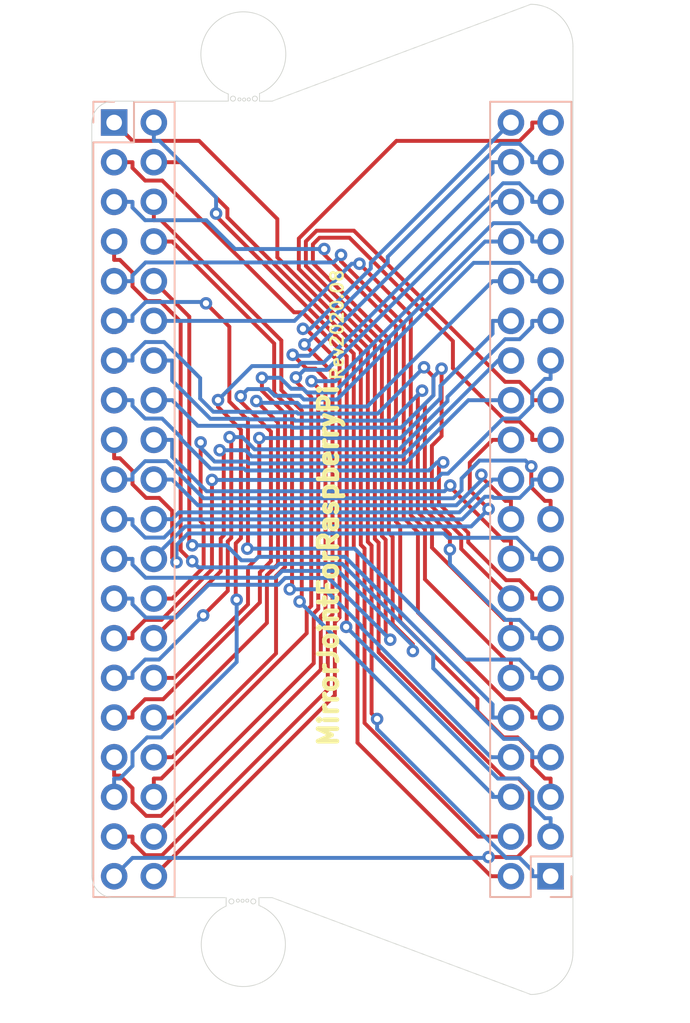
<source format=kicad_pcb>
(kicad_pcb (version 20221018) (generator pcbnew)
  (layers (0 "F.Cu" signal) (31 "B.Cu" signal) (34 "B.Paste" user) (35 "F.Paste" user) (36 "B.SilkS" user "B.Silkscreen") (37 "F.SilkS" user "F.Silkscreen") (38 "B.Mask" user) (39 "F.Mask" user) (44 "Edge.Cuts" user))
  (net 0 "")
  (net 1 "Net-(J1-Pad40)")
  (net 2 "Net-(J1-Pad39)")
  (net 3 "Net-(J1-Pad38)")
  (net 4 "Net-(J1-Pad37)")
  (net 5 "Net-(J1-Pad36)")
  (net 6 "Net-(J1-Pad35)")
  (net 7 "Net-(J1-Pad34)")
  (net 8 "Net-(J1-Pad33)")
  (net 9 "Net-(J1-Pad32)")
  (net 10 "Net-(J1-Pad31)")
  (net 11 "Net-(J1-Pad30)")
  (net 12 "Net-(J1-Pad29)")
  (net 13 "Net-(J1-Pad28)")
  (net 14 "Net-(J1-Pad27)")
  (net 15 "Net-(J1-Pad26)")
  (net 16 "Net-(J1-Pad25)")
  (net 17 "Net-(J1-Pad24)")
  (net 18 "Net-(J1-Pad23)")
  (net 19 "Net-(J1-Pad22)")
  (net 20 "Net-(J1-Pad21)")
  (net 21 "Net-(J1-Pad20)")
  (net 22 "Net-(J1-Pad19)")
  (net 23 "Net-(J1-Pad18)")
  (net 24 "Net-(J1-Pad17)")
  (net 25 "Net-(J1-Pad16)")
  (net 26 "Net-(J1-Pad15)")
  (net 27 "Net-(J1-Pad14)")
  (net 28 "Net-(J1-Pad13)")
  (net 29 "Net-(J1-Pad12)")
  (net 30 "Net-(J1-Pad11)")
  (net 31 "Net-(J1-Pad10)")
  (net 32 "Net-(J1-Pad9)")
  (net 33 "Net-(J1-Pad8)")
  (net 34 "Net-(J1-Pad7)")
  (net 35 "Net-(J1-Pad6)")
  (net 36 "Net-(J1-Pad5)")
  (net 37 "Net-(J1-Pad4)")
  (net 38 "Net-(J1-Pad3)")
  (net 39 "Net-(J1-Pad2)")
  (net 40 "Net-(J1-Pad1)")
  (footprint "MountingHole:MountingHole_2.7mm_M2.5" (layer "F.Cu") (at 147 107.5)
    (fp_text reference "REF1" hide)
    (fp_text value "MountingHole_2.7mm_M2.5")
  )
  (footprint "MountingHole:MountingHole_2.7mm_M2.5" (layer "F.Cu") (at 147 50.5)
    (fp_text reference "REF4" hide)
    (fp_text value "MountingHole_2.7mm_M2.5")
  )
  (footprint "MountingHole:MountingHole_2.7mm_M2.5" (layer "F.Cu") (at 165.4 108)
    (fp_text reference "REF2" hide)
    (fp_text value "MountingHole_2.7mm_M2.5")
  )
  (footprint "MountingHole:MountingHole_2.7mm_M2.5" (layer "F.Cu") (at 165.4 50)
    (fp_text reference "REF3" hide)
    (fp_text value "MountingHole_2.7mm_M2.5")
  )
  (footprint "Connector_PinSocket_2.54mm:PinSocket_2x20_P2.54mm_Vertical" (layer "B.Cu") (at 138.73 54.87 180)
    (fp_text reference "J1" hide)
    (fp_text value "Conn_02x15_Odd_Even")
  )
  (footprint "Connector_PinSocket_2.54mm:PinSocket_2x20_P2.54mm_Vertical" (layer "B.Cu") (at 166.67 103.13)
    (fp_text reference "J2" hide)
    (fp_text value "Conn_02x20_Odd_Even")
  )
  (gr_arc (start 148 105) (mid 147.055866 110.192003) (end 145.897142 105.04364) (stroke (width 0.05)) (layer "Edge.Cuts"))
  (gr_line (start 138.7 53.5) (end 146.034 53.5) (stroke (width 0.05)) (layer "Edge.Cuts"))
  (gr_line (start 148.031723 53.5) (end 148.844 53.5) (stroke (width 0.05)) (layer "Edge.Cuts"))
  (gr_circle (center 146.75 53.39) (end 146.85 53.39) (stroke (width 0.05)) (fill none) (layer "Edge.Cuts"))
  (gr_circle (center 147.35 53.39) (end 147.45 53.39) (stroke (width 0.05)) (fill none) (layer "Edge.Cuts"))
  (gr_line (start 145.9 104.5) (end 138.7 104.5) (stroke (width 0.05)) (layer "Edge.Cuts"))
  (gr_line (start 148 104.5) (end 148.844 104.5) (stroke (width 0.05)) (layer "Edge.Cuts"))
  (gr_circle (center 146.65 104.69) (end 146.75 104.69) (stroke (width 0.05)) (fill none) (layer "Edge.Cuts"))
  (gr_circle (center 147.638 104.74) (end 147.8 104.74) (stroke (width 0.05)) (fill none) (layer "Edge.Cuts"))
  (gr_circle (center 147.25 104.69) (end 147.35 104.69) (stroke (width 0.05)) (fill none) (layer "Edge.Cuts"))
  (gr_circle (center 146.95 104.7) (end 147.05 104.7) (stroke (width 0.05)) (fill none) (layer "Edge.Cuts"))
  (gr_circle (center 146.238 104.74) (end 146.4 104.74) (stroke (width 0.05)) (fill none) (layer "Edge.Cuts"))
  (gr_arc (start 138.7 104.5) (mid 137.710051 104.089949) (end 137.3 103.1) (stroke (width 0.05)) (layer "Edge.Cuts"))
  (gr_circle (center 146.338 53.34) (end 146.5 53.34) (stroke (width 0.05)) (fill none) (layer "Edge.Cuts"))
  (gr_arc (start 137.3 54.9) (mid 137.710051 53.910051) (end 138.7 53.5) (stroke (width 0.05)) (layer "Edge.Cuts"))
  (gr_arc (start 146.034 53.04) (mid 146.96105 47.782788) (end 148.038407 53.011268) (stroke (width 0.05)) (layer "Edge.Cuts"))
  (gr_line (start 148.844 104.5) (end 165.4 110.7) (stroke (width 0.05)) (layer "Edge.Cuts"))
  (gr_circle (center 147.05 53.4) (end 147.15 53.4) (stroke (width 0.05)) (fill none) (layer "Edge.Cuts"))
  (gr_line (start 146.034 53.04) (end 146.034 53.5) (stroke (width 0.05)) (layer "Edge.Cuts"))
  (gr_circle (center 147.738 53.34) (end 147.9 53.34) (stroke (width 0.05)) (fill none) (layer "Edge.Cuts"))
  (gr_line (start 165.4 47.3) (end 148.844 53.5) (stroke (width 0.05)) (layer "Edge.Cuts"))
  (gr_line (start 145.897142 105.04364) (end 145.9 104.5) (stroke (width 0.05)) (layer "Edge.Cuts"))
  (gr_arc (start 168.1 108) (mid 167.309188 109.909188) (end 165.4 110.7) (stroke (width 0.05)) (layer "Edge.Cuts"))
  (gr_line (start 168.1 108) (end 168.1 50) (stroke (width 0.05)) (layer "Edge.Cuts"))
  (gr_line (start 148.038407 53.011268) (end 148.031723 53.5) (stroke (width 0.05)) (layer "Edge.Cuts"))
  (gr_line (start 137.3 54.9) (end 137.3 103.1) (stroke (width 0.05)) (layer "Edge.Cuts"))
  (gr_arc (start 165.4 47.3) (mid 167.309188 48.090812) (end 168.1 50) (stroke (width 0.05)) (layer "Edge.Cuts"))
  (gr_line (start 148 105) (end 148 104.5) (stroke (width 0.05)) (layer "Edge.Cuts"))
  (gr_text "MirrorJointForRaspberryPi" (at 152.45 83.225 90) (layer "F.SilkS") (effects (font (size 1.2 1.2) (thickness 0.3))))
  (gr_text "Rev2020.08" (at 153 67.825 90) (layer "F.SilkS") (effects (font (size 0.8 0.8))))
  (segment (start 153.1581 70.2294) (end 153.1581 86.5598) (width 0.25) (layer "F.Cu") (net 1))
  (segment (start 150.815 68.0772) (end 151.0059 68.0772) (width 0.25) (layer "F.Cu") (net 1))
  (segment (start 152.8573 86.8606) (end 152.8573 91.5427) (width 0.25) (layer "F.Cu") (net 1))
  (segment (start 152.8573 91.5427) (end 141.27 103.13) (width 0.25) (layer "F.Cu") (net 1))
  (segment (start 153.1581 86.5598) (end 152.8573 86.8606) (width 0.25) (layer "F.Cu") (net 1))
  (segment (start 151.0059 68.0772) (end 153.1581 70.2294) (width 0.25) (layer "F.Cu") (net 1))
  (via (at 150.815 68.0772) (size 0.8) (drill 0.4) (layers "F.Cu" "B.Cu") (net 1))
  (segment (start 151.2908 68.0772) (end 150.815 68.0772) (width 0.25) (layer "B.Cu") (net 1))
  (segment (start 164.13 54.87) (end 155.1572 63.8428) (width 0.25) (layer "B.Cu") (net 1))
  (segment (start 155.1572 64.2108) (end 151.2908 68.0772) (width 0.25) (layer "B.Cu") (net 1))
  (segment (start 155.1572 63.8428) (end 155.1572 64.2108) (width 0.25) (layer "B.Cu") (net 1))
  (segment (start 165.4947 54.87) (end 165.4947 55.2374) (width 0.25) (layer "F.Cu") (net 2))
  (segment (start 155.6589 88.7923) (end 163.7413 96.8747) (width 0.25) (layer "F.Cu") (net 2))
  (segment (start 156.8021 56.0453) (end 150.5515 62.2959) (width 0.25) (layer "F.Cu") (net 2))
  (segment (start 162.7 101.9) (end 164.559002 101.9) (width 0.25) (layer "F.Cu") (net 2))
  (segment (start 165.4947 55.2374) (end 164.6868 56.0453) (width 0.25) (layer "F.Cu") (net 2))
  (segment (start 150.5515 64.2402) (end 155.4185 69.1072) (width 0.25) (layer "F.Cu") (net 2))
  (segment (start 155.6589 81.7709) (end 155.6589 88.7923) (width 0.25) (layer "F.Cu") (net 2))
  (segment (start 166.67 54.87) (end 165.4947 54.87) (width 0.25) (layer "F.Cu") (net 2))
  (segment (start 164.6169 96.8747) (end 165.3317 97.5895) (width 0.25) (layer "F.Cu") (net 2))
  (segment (start 163.7413 96.8747) (end 164.6169 96.8747) (width 0.25) (layer "F.Cu") (net 2))
  (segment (start 164.6868 56.0453) (end 156.8021 56.0453) (width 0.25) (layer "F.Cu") (net 2))
  (segment (start 164.559002 101.9) (end 165.3317 101.127302) (width 0.25) (layer "F.Cu") (net 2))
  (segment (start 155.4185 69.1072) (end 155.4185 81.5305) (width 0.25) (layer "F.Cu") (net 2))
  (segment (start 150.5515 62.2959) (end 150.5515 64.2402) (width 0.25) (layer "F.Cu") (net 2))
  (segment (start 165.3317 101.127302) (end 165.3317 101.0683) (width 0.25) (layer "F.Cu") (net 2))
  (segment (start 165.3317 97.5895) (end 165.3317 101.0683) (width 0.25) (layer "F.Cu") (net 2))
  (segment (start 155.4185 81.5305) (end 155.6589 81.7709) (width 0.25) (layer "F.Cu") (net 2))
  (via (at 162.7 101.9) (size 0.8) (drill 0.4) (layers "F.Cu" "B.Cu") (net 2))
  (segment (start 162.645001 101.954999) (end 162.7 101.9) (width 0.25) (layer "B.Cu") (net 2))
  (segment (start 138.73 103.13) (end 139.905001 101.954999) (width 0.25) (layer "B.Cu") (net 2))
  (segment (start 139.905001 101.954999) (end 162.645001 101.954999) (width 0.25) (layer "B.Cu") (net 2))
  (segment (start 152.2575 86.1866) (end 151.9567 86.4874) (width 0.25) (layer "F.Cu") (net 3))
  (segment (start 151.619 70.6308) (end 152.2575 71.2693) (width 0.25) (layer "F.Cu") (net 3))
  (segment (start 151.9567 89.9033) (end 141.27 100.59) (width 0.25) (layer "F.Cu") (net 3))
  (segment (start 152.2575 71.2693) (end 152.2575 86.1866) (width 0.25) (layer "F.Cu") (net 3))
  (segment (start 151.0509 70.6308) (end 151.619 70.6308) (width 0.25) (layer "F.Cu") (net 3))
  (segment (start 150.1591 69.739) (end 151.0509 70.6308) (width 0.25) (layer "F.Cu") (net 3))
  (segment (start 151.9567 86.4874) (end 151.9567 89.9033) (width 0.25) (layer "F.Cu") (net 3))
  (via (at 150.1591 69.739) (size 0.8) (drill 0.4) (layers "F.Cu" "B.Cu") (net 3))
  (segment (start 151.213 69.8029) (end 162.9547 58.0612) (width 0.25) (layer "B.Cu") (net 3))
  (segment (start 164.13 57.41) (end 162.9547 57.41) (width 0.25) (layer "B.Cu") (net 3))
  (segment (start 150.1591 69.739) (end 150.223 69.8029) (width 0.25) (layer "B.Cu") (net 3))
  (segment (start 150.223 69.8029) (end 151.213 69.8029) (width 0.25) (layer "B.Cu") (net 3))
  (segment (start 162.9547 58.0612) (end 162.9547 57.41) (width 0.25) (layer "B.Cu") (net 3))
  (segment (start 152.407 86.674) (end 152.407 91.1745) (width 0.25) (layer "F.Cu") (net 4))
  (segment (start 152.7078 70.8729) (end 152.7078 86.3732) (width 0.25) (layer "F.Cu") (net 4))
  (segment (start 138.73 100.59) (end 139.9053 100.59) (width 0.25) (layer "F.Cu") (net 4))
  (segment (start 139.9053 100.9573) (end 139.9053 100.59) (width 0.25) (layer "F.Cu") (net 4))
  (segment (start 152.407 91.1745) (end 141.8009 101.7806) (width 0.25) (layer "F.Cu") (net 4))
  (segment (start 140.7286 101.7806) (end 139.9053 100.9573) (width 0.25) (layer "F.Cu") (net 4))
  (segment (start 141.8009 101.7806) (end 140.7286 101.7806) (width 0.25) (layer "F.Cu") (net 4))
  (segment (start 152.7078 86.3732) (end 152.407 86.674) (width 0.25) (layer "F.Cu") (net 4))
  (segment (start 150.9125 69.0776) (end 152.7078 70.8729) (width 0.25) (layer "F.Cu") (net 4))
  (via (at 150.9125 69.0776) (size 0.8) (drill 0.4) (layers "F.Cu" "B.Cu") (net 4))
  (segment (start 166.67 57.41) (end 165.4947 57.41) (width 0.25) (layer "B.Cu") (net 4))
  (segment (start 165.4947 57.0426) (end 165.4947 57.41) (width 0.25) (layer "B.Cu") (net 4))
  (segment (start 163.4719 56.2347) (end 164.6868 56.2347) (width 0.25) (layer "B.Cu") (net 4))
  (segment (start 164.6868 56.2347) (end 165.4947 57.0426) (width 0.25) (layer "B.Cu") (net 4))
  (segment (start 150.9125 69.0776) (end 150.9985 69.0776) (width 0.25) (layer "B.Cu") (net 4))
  (segment (start 156.244 63.4626) (end 163.4719 56.2347) (width 0.25) (layer "B.Cu") (net 4))
  (segment (start 156.244 63.8321) (end 156.244 63.4626) (width 0.25) (layer "B.Cu") (net 4))
  (segment (start 150.9985 69.0776) (end 156.244 63.8321) (width 0.25) (layer "B.Cu") (net 4))
  (segment (start 150.3638 71.4542) (end 151.3477 72.4381) (width 0.25) (layer "F.Cu") (net 5))
  (segment (start 151.3477 72.4381) (end 151.3477 85.8226) (width 0.25) (layer "F.Cu") (net 5))
  (segment (start 141.27 98.05) (end 141.27 96.8747) (width 0.25) (layer "F.Cu") (net 5))
  (segment (start 141.7489 96.8747) (end 141.27 96.8747) (width 0.25) (layer "F.Cu") (net 5))
  (segment (start 150.3638 71.1897) (end 150.3638 71.4542) (width 0.25) (layer "F.Cu") (net 5))
  (segment (start 151.0561 87.5675) (end 141.7489 96.8747) (width 0.25) (layer "F.Cu") (net 5))
  (segment (start 151.0561 86.1142) (end 151.0561 87.5675) (width 0.25) (layer "F.Cu") (net 5))
  (segment (start 151.3477 85.8226) (end 151.0561 86.1142) (width 0.25) (layer "F.Cu") (net 5))
  (via (at 150.3638 71.1897) (size 0.8) (drill 0.4) (layers "F.Cu" "B.Cu") (net 5))
  (segment (start 150.4161 71.1897) (end 150.3638 71.1897) (width 0.25) (layer "B.Cu") (net 5))
  (segment (start 164.13 59.95) (end 163.1062 59.95) (width 0.25) (layer "B.Cu") (net 5))
  (segment (start 163.1062 59.95) (end 152.3527 70.7035) (width 0.25) (layer "B.Cu") (net 5))
  (segment (start 150.9023 70.7035) (end 150.4161 71.1897) (width 0.25) (layer "B.Cu") (net 5))
  (segment (start 152.3527 70.7035) (end 150.9023 70.7035) (width 0.25) (layer "B.Cu") (net 5))
  (segment (start 145.3793 73.0787) (end 146.8457 74.5451) (width 0.25) (layer "F.Cu") (net 6))
  (segment (start 145.3793 72.6431) (end 145.3793 73.0787) (width 0.25) (layer "F.Cu") (net 6))
  (segment (start 146.8457 74.5451) (end 146.8457 81.4835) (width 0.25) (layer "F.Cu") (net 6))
  (segment (start 146.8457 81.4835) (end 146.5129 81.8163) (width 0.25) (layer "F.Cu") (net 6))
  (segment (start 146.5129 81.8163) (end 146.5129 85.3659) (width 0.25) (layer "F.Cu") (net 6))
  (segment (start 146.5129 85.3659) (end 146.5725 85.4255) (width 0.25) (layer "F.Cu") (net 6))
  (via (at 146.5725 85.4255) (size 0.8) (drill 0.4) (layers "F.Cu" "B.Cu") (net 6))
  (via (at 145.3793 72.6431) (size 0.8) (drill 0.4) (layers "F.Cu" "B.Cu") (net 6))
  (segment (start 163.6267 58.7594) (end 164.6714 58.7594) (width 0.25) (layer "B.Cu") (net 6))
  (segment (start 150.5045 70.4643) (end 150.7156 70.2532) (width 0.25) (layer "B.Cu") (net 6))
  (segment (start 164.6714 58.7594) (end 165.4947 59.5827) (width 0.25) (layer "B.Cu") (net 6))
  (segment (start 141.7427 94.24) (end 146.5725 89.4102) (width 0.25) (layer "B.Cu") (net 6))
  (segment (start 147.5581 70.4643) (end 150.5045 70.4643) (width 0.25) (layer "B.Cu") (net 6))
  (segment (start 146.5725 89.4102) (end 146.5725 85.4255) (width 0.25) (layer "B.Cu") (net 6))
  (segment (start 166.67 59.95) (end 165.4947 59.95) (width 0.25) (layer "B.Cu") (net 6))
  (segment (start 139.9053 95.1737) (end 140.839 94.24) (width 0.25) (layer "B.Cu") (net 6))
  (segment (start 145.3793 72.6431) (end 147.5581 70.4643) (width 0.25) (layer "B.Cu") (net 6))
  (segment (start 150.7156 70.2532) (end 152.1329 70.2532) (width 0.25) (layer "B.Cu") (net 6))
  (segment (start 138.73 98.05) (end 138.73 96.8747) (width 0.25) (layer "B.Cu") (net 6))
  (segment (start 139.0974 96.8747) (end 139.9053 96.0668) (width 0.25) (layer "B.Cu") (net 6))
  (segment (start 165.4947 59.5827) (end 165.4947 59.95) (width 0.25) (layer "B.Cu") (net 6))
  (segment (start 139.9053 96.0668) (end 139.9053 95.1737) (width 0.25) (layer "B.Cu") (net 6))
  (segment (start 152.1329 70.2532) (end 163.6267 58.7594) (width 0.25) (layer "B.Cu") (net 6))
  (segment (start 138.73 96.8747) (end 139.0974 96.8747) (width 0.25) (layer "B.Cu") (net 6))
  (segment (start 140.839 94.24) (end 141.7427 94.24) (width 0.25) (layer "B.Cu") (net 6))
  (segment (start 142.4453 95.51) (end 149.0934 88.8619) (width 0.25) (layer "F.Cu") (net 7))
  (segment (start 149.0934 88.8619) (end 149.0934 83.9051) (width 0.25) (layer "F.Cu") (net 7))
  (segment (start 141.27 95.51) (end 142.4453 95.51) (width 0.25) (layer "F.Cu") (net 7))
  (segment (start 149.0934 83.9051) (end 149.6668 83.3317) (width 0.25) (layer "F.Cu") (net 7))
  (segment (start 149.6668 83.3317) (end 149.6668 73.5107) (width 0.25) (layer "F.Cu") (net 7))
  (segment (start 148.1896 72.0335) (end 148.1896 71.2127) (width 0.25) (layer "F.Cu") (net 7))
  (segment (start 149.6668 73.5107) (end 148.1896 72.0335) (width 0.25) (layer "F.Cu") (net 7))
  (via (at 148.1896 71.2127) (size 0.8) (drill 0.4) (layers "F.Cu" "B.Cu") (net 7))
  (segment (start 149.3611 71.2127) (end 150.0634 71.915) (width 0.25) (layer "B.Cu") (net 7))
  (segment (start 162.4717 62.49) (end 162.9547 62.49) (width 0.25) (layer "B.Cu") (net 7))
  (segment (start 150.0634 71.915) (end 150.8246 71.915) (width 0.25) (layer "B.Cu") (net 7))
  (segment (start 152.8075 72.1542) (end 162.4717 62.49) (width 0.25) (layer "B.Cu") (net 7))
  (segment (start 164.13 62.49) (end 162.9547 62.49) (width 0.25) (layer "B.Cu") (net 7))
  (segment (start 150.8246 71.915) (end 151.0638 72.1542) (width 0.25) (layer "B.Cu") (net 7))
  (segment (start 151.0638 72.1542) (end 152.8075 72.1542) (width 0.25) (layer "B.Cu") (net 7))
  (segment (start 148.1896 71.2127) (end 149.3611 71.2127) (width 0.25) (layer "B.Cu") (net 7))
  (segment (start 141.7329 99.2653) (end 140.7843 99.2653) (width 0.25) (layer "F.Cu") (net 8))
  (segment (start 139.9053 97.4932) (end 139.0974 96.6853) (width 0.25) (layer "F.Cu") (net 8))
  (segment (start 140.7843 99.2653) (end 139.9053 98.3863) (width 0.25) (layer "F.Cu") (net 8))
  (segment (start 138.73 95.51) (end 138.73 96.6853) (width 0.25) (layer "F.Cu") (net 8))
  (segment (start 151.798 71.8627) (end 151.798 86.0092) (width 0.25) (layer "F.Cu") (net 8))
  (segment (start 151.798 86.0092) (end 151.5064 86.3008) (width 0.25) (layer "F.Cu") (net 8))
  (segment (start 151.3642 71.4289) (end 151.798 71.8627) (width 0.25) (layer "F.Cu") (net 8))
  (segment (start 151.5064 89.4918) (end 141.7329 99.2653) (width 0.25) (layer "F.Cu") (net 8))
  (segment (start 139.9053 98.3863) (end 139.9053 97.4932) (width 0.25) (layer "F.Cu") (net 8))
  (segment (start 151.5064 86.3008) (end 151.5064 89.4918) (width 0.25) (layer "F.Cu") (net 8))
  (segment (start 139.0974 96.6853) (end 138.73 96.6853) (width 0.25) (layer "F.Cu") (net 8))
  (via (at 151.3642 71.4289) (size 0.8) (drill 0.4) (layers "F.Cu" "B.Cu") (net 8))
  (segment (start 163.0095 61.3147) (end 152.8953 71.4289) (width 0.25) (layer "B.Cu") (net 8))
  (segment (start 165.4947 62.49) (end 165.4947 62.1226) (width 0.25) (layer "B.Cu") (net 8))
  (segment (start 166.67 62.49) (end 165.4947 62.49) (width 0.25) (layer "B.Cu") (net 8))
  (segment (start 164.6868 61.3147) (end 163.0095 61.3147) (width 0.25) (layer "B.Cu") (net 8))
  (segment (start 152.8953 71.4289) (end 151.3642 71.4289) (width 0.25) (layer "B.Cu") (net 8))
  (segment (start 165.4947 62.1226) (end 164.6868 61.3147) (width 0.25) (layer "B.Cu") (net 8))
  (segment (start 142.4453 92.97) (end 148.508 86.9073) (width 0.25) (layer "F.Cu") (net 9))
  (segment (start 148.508 86.9073) (end 148.508 83.8536) (width 0.25) (layer "F.Cu") (net 9))
  (segment (start 141.27 92.97) (end 142.4453 92.97) (width 0.25) (layer "F.Cu") (net 9))
  (segment (start 149.2165 74.0863) (end 147.8304 72.7002) (width 0.25) (layer "F.Cu") (net 9))
  (segment (start 149.2165 83.1451) (end 149.2165 74.0863) (width 0.25) (layer "F.Cu") (net 9))
  (segment (start 148.508 83.8536) (end 149.2165 83.1451) (width 0.25) (layer "F.Cu") (net 9))
  (via (at 147.8304 72.7002) (size 0.8) (drill 0.4) (layers "F.Cu" "B.Cu") (net 9))
  (segment (start 164.13 65.03) (end 162.9547 65.03) (width 0.25) (layer "B.Cu") (net 9))
  (segment (start 150.4514 72.8156) (end 150.6906 73.0548) (width 0.25) (layer "B.Cu") (net 9))
  (segment (start 147.8304 72.7002) (end 147.9458 72.8156) (width 0.25) (layer "B.Cu") (net 9))
  (segment (start 150.6906 73.0548) (end 154.9299 73.0548) (width 0.25) (layer "B.Cu") (net 9))
  (segment (start 154.9299 73.0548) (end 162.9547 65.03) (width 0.25) (layer "B.Cu") (net 9))
  (segment (start 147.9458 72.8156) (end 150.4514 72.8156) (width 0.25) (layer "B.Cu") (net 9))
  (segment (start 139.9053 92.6026) (end 140.7132 91.7947) (width 0.25) (layer "F.Cu") (net 10))
  (segment (start 146.83 72.7255) (end 146.83 72.3948) (width 0.25) (layer "F.Cu") (net 10))
  (segment (start 138.73 92.97) (end 139.9053 92.97) (width 0.25) (layer "F.Cu") (net 10))
  (segment (start 140.7132 91.7947) (end 141.8661 91.7947) (width 0.25) (layer "F.Cu") (net 10))
  (segment (start 148.7662 74.6617) (end 146.83 72.7255) (width 0.25) (layer "F.Cu") (net 10))
  (segment (start 141.8661 91.7947) (end 148.0576 85.6032) (width 0.25) (layer "F.Cu") (net 10))
  (segment (start 148.7662 82.9585) (end 148.7662 74.6617) (width 0.25) (layer "F.Cu") (net 10))
  (segment (start 148.0576 85.6032) (end 148.0576 83.6671) (width 0.25) (layer "F.Cu") (net 10))
  (segment (start 148.0576 83.6671) (end 148.7662 82.9585) (width 0.25) (layer "F.Cu") (net 10))
  (segment (start 139.9053 92.97) (end 139.9053 92.6026) (width 0.25) (layer "F.Cu") (net 10))
  (via (at 146.83 72.3948) (size 0.8) (drill 0.4) (layers "F.Cu" "B.Cu") (net 10))
  (segment (start 148.5857 71.938) (end 149.013 72.3653) (width 0.25) (layer "B.Cu") (net 10))
  (segment (start 150.638 72.3653) (end 150.8772 72.6045) (width 0.25) (layer "B.Cu") (net 10))
  (segment (start 149.013 72.3653) (end 150.638 72.3653) (width 0.25) (layer "B.Cu") (net 10))
  (segment (start 164.6868 63.8547) (end 165.4947 64.6626) (width 0.25) (layer "B.Cu") (net 10))
  (segment (start 165.4947 64.6626) (end 165.4947 65.03) (width 0.25) (layer "B.Cu") (net 10))
  (segment (start 150.8772 72.6045) (end 152.9941 72.6045) (width 0.25) (layer "B.Cu") (net 10))
  (segment (start 161.7439 63.8547) (end 164.6868 63.8547) (width 0.25) (layer "B.Cu") (net 10))
  (segment (start 166.67 65.03) (end 165.4947 65.03) (width 0.25) (layer "B.Cu") (net 10))
  (segment (start 152.9941 72.6045) (end 161.7439 63.8547) (width 0.25) (layer "B.Cu") (net 10))
  (segment (start 147.2868 71.938) (end 148.5857 71.938) (width 0.25) (layer "B.Cu") (net 10))
  (segment (start 146.83 72.3948) (end 147.2868 71.938) (width 0.25) (layer "B.Cu") (net 10))
  (segment (start 147.2979 85.726) (end 147.2979 83.3487) (width 0.25) (layer "F.Cu") (net 11))
  (segment (start 142.4453 90.43) (end 142.5939 90.43) (width 0.25) (layer "F.Cu") (net 11))
  (segment (start 148.0213 82.6253) (end 148.0213 75.0711) (width 0.25) (layer "F.Cu") (net 11))
  (segment (start 141.27 90.43) (end 142.4453 90.43) (width 0.25) (layer "F.Cu") (net 11))
  (segment (start 147.2979 83.3487) (end 148.0213 82.6253) (width 0.25) (layer "F.Cu") (net 11))
  (segment (start 142.5939 90.43) (end 147.2979 85.726) (width 0.25) (layer "F.Cu") (net 11))
  (via (at 148.0213 75.0711) (size 0.8) (drill 0.4) (layers "F.Cu" "B.Cu") (net 11))
  (segment (start 159.6194 71.7269) (end 159.6195 71.7269) (width 0.25) (layer "B.Cu") (net 11))
  (segment (start 148.0213 75.0711) (end 157.0731 75.0711) (width 0.25) (layer "B.Cu") (net 11))
  (segment (start 159.6195 71.7269) (end 162.9547 68.3917) (width 0.25) (layer "B.Cu") (net 11))
  (segment (start 162.9547 68.3917) (end 162.9547 67.57) (width 0.25) (layer "B.Cu") (net 11))
  (segment (start 157.0731 75.0711) (end 159.6194 72.5248) (width 0.25) (layer "B.Cu") (net 11))
  (segment (start 159.6194 72.5248) (end 159.6194 71.7269) (width 0.25) (layer "B.Cu") (net 11))
  (segment (start 164.13 67.57) (end 162.9547 67.57) (width 0.25) (layer "B.Cu") (net 11))
  (segment (start 144.4295 86.4295) (end 146.003 84.856) (width 0.25) (layer "F.Cu") (net 12))
  (segment (start 146.003 84.856) (end 146.003 81.6893) (width 0.25) (layer "F.Cu") (net 12))
  (segment (start 146.003 81.6893) (end 146.2282 81.4641) (width 0.25) (layer "F.Cu") (net 12))
  (segment (start 146.2282 81.4641) (end 146.2282 75.1226) (width 0.25) (layer "F.Cu") (net 12))
  (segment (start 146.2282 75.1226) (end 146.1203 75.0147) (width 0.25) (layer "F.Cu") (net 12))
  (via (at 144.4295 86.4295) (size 0.8) (drill 0.4) (layers "F.Cu" "B.Cu") (net 12))
  (via (at 146.1203 75.0147) (size 0.8) (drill 0.4) (layers "F.Cu" "B.Cu") (net 12))
  (segment (start 156.9847 75.7964) (end 160.0697 72.7114) (width 0.25) (layer "B.Cu") (net 12))
  (segment (start 163.7579 68.7453) (end 164.6868 68.7453) (width 0.25) (layer "B.Cu") (net 12))
  (segment (start 139.9053 90.43) (end 139.9053 90.0626) (width 0.25) (layer "B.Cu") (net 12))
  (segment (start 139.9053 90.0626) (end 140.7132 89.2547) (width 0.25) (layer "B.Cu") (net 12))
  (segment (start 165.4947 67.9374) (end 165.4947 67.57) (width 0.25) (layer "B.Cu") (net 12))
  (segment (start 140.7132 89.2547) (end 141.6043 89.2547) (width 0.25) (layer "B.Cu") (net 12))
  (segment (start 146.1203 75.0147) (end 146.9392 75.0147) (width 0.25) (layer "B.Cu") (net 12))
  (segment (start 138.73 90.43) (end 139.9053 90.43) (width 0.25) (layer "B.Cu") (net 12))
  (segment (start 166.67 67.57) (end 165.4947 67.57) (width 0.25) (layer "B.Cu") (net 12))
  (segment (start 147.7209 75.7964) (end 156.9847 75.7964) (width 0.25) (layer "B.Cu") (net 12))
  (segment (start 164.6868 68.7453) (end 165.4947 67.9374) (width 0.25) (layer "B.Cu") (net 12))
  (segment (start 146.9392 75.0147) (end 147.7209 75.7964) (width 0.25) (layer "B.Cu") (net 12))
  (segment (start 141.6043 89.2547) (end 144.4295 86.4295) (width 0.25) (layer "B.Cu") (net 12))
  (segment (start 160.0697 72.4335) (end 163.7579 68.7453) (width 0.25) (layer "B.Cu") (net 12))
  (segment (start 160.0697 72.7114) (end 160.0697 72.4335) (width 0.25) (layer "B.Cu") (net 12))
  (segment (start 145.7448 76.1092) (end 145.7448 81.3106) (width 0.25) (layer "F.Cu") (net 13))
  (segment (start 145.5527 83.6073) (end 141.27 87.89) (width 0.25) (layer "F.Cu") (net 13))
  (segment (start 145.5527 81.5027) (end 145.5527 83.6073) (width 0.25) (layer "F.Cu") (net 13))
  (segment (start 145.489 75.8534) (end 145.7448 76.1092) (width 0.25) (layer "F.Cu") (net 13))
  (segment (start 145.7448 81.3106) (end 145.5527 81.5027) (width 0.25) (layer "F.Cu") (net 13))
  (via (at 145.489 75.8534) (size 0.8) (drill 0.4) (layers "F.Cu" "B.Cu") (net 13))
  (segment (start 147.141 75.8534) (end 147.5343 76.2467) (width 0.25) (layer "B.Cu") (net 13))
  (segment (start 163.308 70.11) (end 164.13 70.11) (width 0.25) (layer "B.Cu") (net 13))
  (segment (start 145.489 75.8534) (end 147.141 75.8534) (width 0.25) (layer "B.Cu") (net 13))
  (segment (start 147.5343 76.2467) (end 157.1713 76.2467) (width 0.25) (layer "B.Cu") (net 13))
  (segment (start 157.1713 76.2467) (end 163.308 70.11) (width 0.25) (layer "B.Cu") (net 13))
  (segment (start 138.73 87.89) (end 139.9053 87.89) (width 0.25) (layer "F.Cu") (net 14))
  (segment (start 140.7132 86.7147) (end 141.7593 86.7147) (width 0.25) (layer "F.Cu") (net 14))
  (segment (start 139.9053 87.89) (end 139.9053 87.5226) (width 0.25) (layer "F.Cu") (net 14))
  (segment (start 144.9911 83.4829) (end 144.9911 77.7544) (width 0.25) (layer "F.Cu") (net 14))
  (segment (start 139.9053 87.5226) (end 140.7132 86.7147) (width 0.25) (layer "F.Cu") (net 14))
  (segment (start 141.7593 86.7147) (end 144.9911 83.4829) (width 0.25) (layer "F.Cu") (net 14))
  (via (at 144.9911 77.7544) (size 0.8) (drill 0.4) (layers "F.Cu" "B.Cu") (net 14))
  (segment (start 163.6233 73.8254) (end 164.6556 73.8254) (width 0.25) (layer "B.Cu") (net 14))
  (segment (start 164.6556 73.8254) (end 165.4947 72.9863) (width 0.25) (layer "B.Cu") (net 14))
  (segment (start 144.9911 77.7544) (end 159.3003 77.7544) (width 0.25) (layer "B.Cu") (net 14))
  (segment (start 165.4947 72.9863) (end 165.4947 72.0932) (width 0.25) (layer "B.Cu") (net 14))
  (segment (start 159.3003 77.7544) (end 159.7012 77.3535) (width 0.25) (layer "B.Cu") (net 14))
  (segment (start 166.67 70.11) (end 166.67 71.2853) (width 0.25) (layer "B.Cu") (net 14))
  (segment (start 166.3026 71.2853) (end 166.67 71.2853) (width 0.25) (layer "B.Cu") (net 14))
  (segment (start 159.7012 77.3535) (end 160.0952 77.3535) (width 0.25) (layer "B.Cu") (net 14))
  (segment (start 160.0952 77.3535) (end 163.6233 73.8254) (width 0.25) (layer "B.Cu") (net 14))
  (segment (start 165.4947 72.0932) (end 166.3026 71.2853) (width 0.25) (layer "B.Cu") (net 14))
  (segment (start 144.4575 80.6064) (end 144.4575 83.3378) (width 0.25) (layer "F.Cu") (net 15))
  (segment (start 144.2657 75.3518) (end 144.2657 80.4146) (width 0.25) (layer "F.Cu") (net 15))
  (segment (start 141.27 85.35) (end 142.4453 85.35) (width 0.25) (layer "F.Cu") (net 15))
  (segment (start 144.4575 83.3378) (end 142.4453 85.35) (width 0.25) (layer "F.Cu") (net 15))
  (segment (start 144.2657 80.4146) (end 144.4575 80.6064) (width 0.25) (layer "F.Cu") (net 15))
  (via (at 144.2657 75.3518) (size 0.8) (drill 0.4) (layers "F.Cu" "B.Cu") (net 15))
  (segment (start 144.2657 75.3518) (end 144.2657 75.6823) (width 0.25) (layer "B.Cu") (net 15))
  (segment (start 145.1621 76.5787) (end 147.2294 76.5787) (width 0.25) (layer "B.Cu") (net 15))
  (segment (start 161.4049 72.65) (end 164.13 72.65) (width 0.25) (layer "B.Cu") (net 15))
  (segment (start 144.2657 75.6823) (end 145.1621 76.5787) (width 0.25) (layer "B.Cu") (net 15))
  (segment (start 147.2294 76.5787) (end 147.3477 76.697) (width 0.25) (layer "B.Cu") (net 15))
  (segment (start 147.3477 76.697) (end 157.3579 76.697) (width 0.25) (layer "B.Cu") (net 15))
  (segment (start 157.3579 76.697) (end 161.4049 72.65) (width 0.25) (layer "B.Cu") (net 15))
  (segment (start 155.8688 68.9206) (end 155.8688 81.3439) (width 0.25) (layer "F.Cu") (net 16))
  (segment (start 155.8688 81.3439) (end 156.1092 81.5843) (width 0.25) (layer "F.Cu") (net 16))
  (segment (start 164.6868 71.4747) (end 163.7592 71.4747) (width 0.25) (layer "F.Cu") (net 16))
  (segment (start 151.0018 62.4825) (end 151.0018 64.0536) (width 0.25) (layer "F.Cu") (net 16))
  (segment (start 151.6904 61.7939) (end 151.0018 62.4825) (width 0.25) (layer "F.Cu") (net 16))
  (segment (start 165.4947 72.65) (end 165.4947 72.2826) (width 0.25) (layer "F.Cu") (net 16))
  (segment (start 166.67 72.65) (end 165.4947 72.65) (width 0.25) (layer "F.Cu") (net 16))
  (segment (start 165.4947 72.2826) (end 164.6868 71.4747) (width 0.25) (layer "F.Cu") (net 16))
  (segment (start 163.7592 71.4747) (end 154.0784 61.7939) (width 0.25) (layer "F.Cu") (net 16))
  (segment (start 151.0018 64.0536) (end 155.8688 68.9206) (width 0.25) (layer "F.Cu") (net 16))
  (segment (start 154.0784 61.7939) (end 151.6904 61.7939) (width 0.25) (layer "F.Cu") (net 16))
  (segment (start 156.1092 81.5843) (end 156.1092 87.6886) (width 0.25) (layer "F.Cu") (net 16))
  (segment (start 156.1092 87.6886) (end 156.4045 87.9839) (width 0.25) (layer "F.Cu") (net 16))
  (via (at 156.4045 87.9839) (size 0.8) (drill 0.4) (layers "F.Cu" "B.Cu") (net 16))
  (segment (start 138.73 85.35) (end 139.9053 85.35) (width 0.25) (layer "B.Cu") (net 16))
  (segment (start 140.7554 86.5674) (end 142.6736 86.5674) (width 0.25) (layer "B.Cu") (net 16))
  (segment (start 144.7742 84.4668) (end 149.237 84.4668) (width 0.25) (layer "B.Cu") (net 16))
  (segment (start 149.237 84.4668) (end 149.6734 84.0304) (width 0.25) (layer "B.Cu") (net 16))
  (segment (start 142.6736 86.5674) (end 144.7742 84.4668) (width 0.25) (layer "B.Cu") (net 16))
  (segment (start 139.9053 85.35) (end 139.9053 85.7173) (width 0.25) (layer "B.Cu") (net 16))
  (segment (start 152.451 84.0304) (end 156.4045 87.9839) (width 0.25) (layer "B.Cu") (net 16))
  (segment (start 149.6734 84.0304) (end 152.451 84.0304) (width 0.25) (layer "B.Cu") (net 16))
  (segment (start 139.9053 85.7173) (end 140.7554 86.5674) (width 0.25) (layer "B.Cu") (net 16))
  (segment (start 164.13 75.19) (end 162.9547 75.19) (width 0.25) (layer "F.Cu") (net 17))
  (segment (start 161.4964 76.6483) (end 161.4964 78.4095) (width 0.25) (layer "F.Cu") (net 17))
  (segment (start 162.9547 75.19) (end 161.4964 76.6483) (width 0.25) (layer "F.Cu") (net 17))
  (segment (start 161.4964 78.4095) (end 162.7016 79.6147) (width 0.25) (layer "F.Cu") (net 17))
  (via (at 162.7016 79.6147) (size 0.8) (drill 0.4) (layers "F.Cu" "B.Cu") (net 17))
  (segment (start 141.27 82.7377) (end 143.2765 80.7312) (width 0.25) (layer "B.Cu") (net 17))
  (segment (start 161.5851 80.7312) (end 162.7016 79.6147) (width 0.25) (layer "B.Cu") (net 17))
  (segment (start 143.2765 80.7312) (end 161.5851 80.7312) (width 0.25) (layer "B.Cu") (net 17))
  (segment (start 141.27 82.81) (end 141.27 82.7377) (width 0.25) (layer "B.Cu") (net 17))
  (segment (start 157.8517 88.2711) (end 157.8517 88.7095) (width 0.25) (layer "F.Cu") (net 18))
  (segment (start 160.4155 68.8681) (end 153.7916 62.2442) (width 0.25) (layer "F.Cu") (net 18))
  (segment (start 151.4521 62.6691) (end 151.4521 63.867) (width 0.25) (layer "F.Cu") (net 18))
  (segment (start 165.4947 75.19) (end 165.4947 74.8226) (width 0.25) (layer "F.Cu") (net 18))
  (segment (start 166.67 75.19) (end 165.4947 75.19) (width 0.25) (layer "F.Cu") (net 18))
  (segment (start 151.877 62.2442) (end 151.4521 62.6691) (width 0.25) (layer "F.Cu") (net 18))
  (segment (start 153.7916 62.2442) (end 151.877 62.2442) (width 0.25) (layer "F.Cu") (net 18))
  (segment (start 163.8305 74.0147) (end 160.4155 70.5997) (width 0.25) (layer "F.Cu") (net 18))
  (segment (start 156.3191 81.1573) (end 156.5595 81.3977) (width 0.25) (layer "F.Cu") (net 18))
  (segment (start 156.5595 81.3977) (end 156.5595 86.9789) (width 0.25) (layer "F.Cu") (net 18))
  (segment (start 165.4947 74.8226) (end 164.6868 74.0147) (width 0.25) (layer "F.Cu") (net 18))
  (segment (start 156.5595 86.9789) (end 157.8517 88.2711) (width 0.25) (layer "F.Cu") (net 18))
  (segment (start 151.4521 63.867) (end 156.3191 68.734) (width 0.25) (layer "F.Cu") (net 18))
  (segment (start 160.4155 70.5997) (end 160.4155 68.8681) (width 0.25) (layer "F.Cu") (net 18))
  (segment (start 156.3191 68.734) (end 156.3191 81.1573) (width 0.25) (layer "F.Cu") (net 18))
  (segment (start 164.6868 74.0147) (end 163.8305 74.0147) (width 0.25) (layer "F.Cu") (net 18))
  (via (at 157.8517 88.7095) (size 0.8) (drill 0.4) (layers "F.Cu" "B.Cu") (net 18))
  (segment (start 138.73 82.81) (end 139.9053 82.81) (width 0.25) (layer "B.Cu") (net 18))
  (segment (start 157.8517 88.3688) (end 157.8517 88.7095) (width 0.25) (layer "B.Cu") (net 18))
  (segment (start 153.063 83.5801) (end 157.8517 88.3688) (width 0.25) (layer "B.Cu") (net 18))
  (segment (start 139.9053 83.1773) (end 140.7445 84.0165) (width 0.25) (layer "B.Cu") (net 18))
  (segment (start 149.0504 84.0165) (end 149.4868 83.5801) (width 0.25) (layer "B.Cu") (net 18))
  (segment (start 140.7445 84.0165) (end 149.0504 84.0165) (width 0.25) (layer "B.Cu") (net 18))
  (segment (start 139.9053 82.81) (end 139.9053 83.1773) (width 0.25) (layer "B.Cu") (net 18))
  (segment (start 149.4868 83.5801) (end 153.063 83.5801) (width 0.25) (layer "B.Cu") (net 18))
  (segment (start 141.27 80.27) (end 142.4453 80.27) (width 0.25) (layer "B.Cu") (net 19))
  (segment (start 162.5386 78.1461) (end 162.9547 77.73) (width 0.25) (layer "B.Cu") (net 19))
  (segment (start 160.8229 79.8306) (end 162.5074 78.1461) (width 0.25) (layer "B.Cu") (net 19))
  (segment (start 142.8847 79.8306) (end 160.8229 79.8306) (width 0.25) (layer "B.Cu") (net 19))
  (segment (start 142.4453 80.27) (end 142.8847 79.8306) (width 0.25) (layer "B.Cu") (net 19))
  (segment (start 162.5074 78.1461) (end 162.5386 78.1461) (width 0.25) (layer "B.Cu") (net 19))
  (segment (start 164.13 77.73) (end 162.9547 77.73) (width 0.25) (layer "B.Cu") (net 19))
  (segment (start 162.4624 78.828) (end 162.9407 78.828) (width 0.25) (layer "B.Cu") (net 20))
  (segment (start 138.73 80.27) (end 139.9053 80.27) (width 0.25) (layer "B.Cu") (net 20))
  (segment (start 143.0899 80.2809) (end 161.0095 80.2809) (width 0.25) (layer "B.Cu") (net 20))
  (segment (start 165.4947 78.0974) (end 165.4947 77.73) (width 0.25) (layer "B.Cu") (net 20))
  (segment (start 139.9053 80.27) (end 139.9053 80.6373) (width 0.25) (layer "B.Cu") (net 20))
  (segment (start 164.6868 78.9053) (end 165.4947 78.0974) (width 0.25) (layer "B.Cu") (net 20))
  (segment (start 161.0095 80.2809) (end 162.4624 78.828) (width 0.25) (layer "B.Cu") (net 20))
  (segment (start 140.7136 81.4456) (end 141.9252 81.4456) (width 0.25) (layer "B.Cu") (net 20))
  (segment (start 141.9252 81.4456) (end 143.0899 80.2809) (width 0.25) (layer "B.Cu") (net 20))
  (segment (start 139.9053 80.6373) (end 140.7136 81.4456) (width 0.25) (layer "B.Cu") (net 20))
  (segment (start 162.9407 78.828) (end 163.018 78.9053) (width 0.25) (layer "B.Cu") (net 20))
  (segment (start 163.018 78.9053) (end 164.6868 78.9053) (width 0.25) (layer "B.Cu") (net 20))
  (segment (start 166.67 77.73) (end 165.4947 77.73) (width 0.25) (layer "B.Cu") (net 20))
  (segment (start 164.13 79.0947) (end 163.7722 79.0947) (width 0.25) (layer "F.Cu") (net 21))
  (segment (start 162.2373 77.5598) (end 162.2373 77.4208) (width 0.25) (layer "F.Cu") (net 21))
  (segment (start 163.7722 79.0947) (end 162.2373 77.5598) (width 0.25) (layer "F.Cu") (net 21))
  (segment (start 164.13 80.27) (end 164.13 79.0947) (width 0.25) (layer "F.Cu") (net 21))
  (via (at 162.2373 77.4208) (size 0.8) (drill 0.4) (layers "F.Cu" "B.Cu") (net 21))
  (segment (start 144.0956 79.3803) (end 160.6363 79.3803) (width 0.25) (layer "B.Cu") (net 21))
  (segment (start 141.27 77.73) (end 142.4453 77.73) (width 0.25) (layer "B.Cu") (net 21))
  (segment (start 142.4453 77.73) (end 144.0956 79.3803) (width 0.25) (layer "B.Cu") (net 21))
  (segment (start 162.2373 77.7793) (end 162.2373 77.4208) (width 0.25) (layer "B.Cu") (net 21))
  (segment (start 160.6363 79.3803) (end 162.2373 77.7793) (width 0.25) (layer "B.Cu") (net 21))
  (segment (start 166.3026 79.0947) (end 166.67 79.0947) (width 0.25) (layer "F.Cu") (net 22))
  (segment (start 166.67 80.27) (end 166.67 79.0947) (width 0.25) (layer "F.Cu") (net 22))
  (segment (start 165.4332 76.8903) (end 165.4332 78.2253) (width 0.25) (layer "F.Cu") (net 22))
  (segment (start 165.4332 78.2253) (end 166.3026 79.0947) (width 0.25) (layer "F.Cu") (net 22))
  (via (at 165.4332 76.8903) (size 0.8) (drill 0.4) (layers "F.Cu" "B.Cu") (net 22))
  (segment (start 140.7134 76.5546) (end 142.0867 76.5546) (width 0.25) (layer "B.Cu") (net 22))
  (segment (start 165.0568 76.5139) (end 165.4332 76.8903) (width 0.25) (layer "B.Cu") (net 22))
  (segment (start 142.0867 76.5546) (end 144.4621 78.93) (width 0.25) (layer "B.Cu") (net 22))
  (segment (start 139.9053 77.73) (end 139.9053 77.3627) (width 0.25) (layer "B.Cu") (net 22))
  (segment (start 160.9703 78.4094) (end 160.9703 77.6603) (width 0.25) (layer "B.Cu") (net 22))
  (segment (start 144.4621 78.93) (end 160.4497 78.93) (width 0.25) (layer "B.Cu") (net 22))
  (segment (start 162.1167 76.5139) (end 165.0568 76.5139) (width 0.25) (layer "B.Cu") (net 22))
  (segment (start 160.9703 77.6603) (end 162.1167 76.5139) (width 0.25) (layer "B.Cu") (net 22))
  (segment (start 139.9053 77.3627) (end 140.7134 76.5546) (width 0.25) (layer "B.Cu") (net 22))
  (segment (start 138.73 77.73) (end 139.9053 77.73) (width 0.25) (layer "B.Cu") (net 22))
  (segment (start 160.4497 78.93) (end 160.9703 78.4094) (width 0.25) (layer "B.Cu") (net 22))
  (segment (start 163.6749 81.6347) (end 160.245 78.2048) (width 0.25) (layer "F.Cu") (net 23))
  (segment (start 164.13 81.6347) (end 163.6749 81.6347) (width 0.25) (layer "F.Cu") (net 23))
  (segment (start 164.13 82.81) (end 164.13 81.6347) (width 0.25) (layer "F.Cu") (net 23))
  (segment (start 160.245 78.2048) (end 160.245 78.1089) (width 0.25) (layer "F.Cu") (net 23))
  (via (at 160.245 78.1089) (size 0.8) (drill 0.4) (layers "F.Cu" "B.Cu") (net 23))
  (segment (start 141.27 75.19) (end 142.4453 75.19) (width 0.25) (layer "B.Cu") (net 23))
  (segment (start 142.4453 76.2763) (end 144.6487 78.4797) (width 0.25) (layer "B.Cu") (net 23))
  (segment (start 159.8742 78.4797) (end 160.245 78.1089) (width 0.25) (layer "B.Cu") (net 23))
  (segment (start 144.6487 78.4797) (end 159.8742 78.4797) (width 0.25) (layer "B.Cu") (net 23))
  (segment (start 142.4453 75.19) (end 142.4453 76.2763) (width 0.25) (layer "B.Cu") (net 23))
  (segment (start 139.9053 78.0301) (end 140.7806 78.9054) (width 0.25) (layer "F.Cu") (net 24))
  (segment (start 138.73 75.19) (end 138.73 76.3653) (width 0.25) (layer "F.Cu") (net 24))
  (segment (start 138.73 76.3653) (end 139.0974 76.3653) (width 0.25) (layer "F.Cu") (net 24))
  (segment (start 142.4454 82.7433) (end 142.7227 83.0206) (width 0.25) (layer "F.Cu") (net 24))
  (segment (start 139.9053 77.1732) (end 139.9053 78.0301) (width 0.25) (layer "F.Cu") (net 24))
  (segment (start 139.0974 76.3653) (end 139.9053 77.1732) (width 0.25) (layer "F.Cu") (net 24))
  (segment (start 140.7806 78.9054) (end 141.6131 78.9054) (width 0.25) (layer "F.Cu") (net 24))
  (segment (start 142.4454 79.7377) (end 142.4454 82.7433) (width 0.25) (layer "F.Cu") (net 24))
  (segment (start 141.6131 78.9054) (end 142.4454 79.7377) (width 0.25) (layer "F.Cu") (net 24))
  (via (at 142.7227 83.0206) (size 0.8) (drill 0.4) (layers "F.Cu" "B.Cu") (net 24))
  (segment (start 160.1147 81.457) (end 159.8392 81.1815) (width 0.25) (layer "B.Cu") (net 24))
  (segment (start 159.8392 81.1815) (end 143.4631 81.1815) (width 0.25) (layer "B.Cu") (net 24))
  (segment (start 165.4947 82.4427) (end 164.509 81.457) (width 0.25) (layer "B.Cu") (net 24))
  (segment (start 166.67 82.81) (end 165.4947 82.81) (width 0.25) (layer "B.Cu") (net 24))
  (segment (start 165.4947 82.81) (end 165.4947 82.4427) (width 0.25) (layer "B.Cu") (net 24))
  (segment (start 143.4631 81.1815) (end 142.7227 81.9219) (width 0.25) (layer "B.Cu") (net 24))
  (segment (start 142.7227 81.9219) (end 142.7227 83.0206) (width 0.25) (layer "B.Cu") (net 24))
  (segment (start 164.509 81.457) (end 160.1147 81.457) (width 0.25) (layer "B.Cu") (net 24))
  (segment (start 164.13 85.35) (end 160.9487 82.1687) (width 0.25) (layer "F.Cu") (net 25))
  (segment (start 160.9487 81.3286) (end 159.0693 79.4492) (width 0.25) (layer "F.Cu") (net 25))
  (segment (start 160.9487 82.1687) (end 160.9487 81.3286) (width 0.25) (layer "F.Cu") (net 25))
  (segment (start 159.0693 75.5647) (end 159.6902 74.9438) (width 0.25) (layer "F.Cu") (net 25))
  (segment (start 159.6902 74.9438) (end 159.6902 70.6304) (width 0.25) (layer "F.Cu") (net 25))
  (segment (start 159.0693 79.4492) (end 159.0693 75.5647) (width 0.25) (layer "F.Cu") (net 25))
  (via (at 159.6902 70.6304) (size 0.8) (drill 0.4) (layers "F.Cu" "B.Cu") (net 25))
  (segment (start 144.0846 74.2893) (end 147.12 74.2893) (width 0.25) (layer "B.Cu") (net 25))
  (segment (start 147.1568 74.3261) (end 150.0512 74.3261) (width 0.25) (layer "B.Cu") (net 25))
  (segment (start 159.1691 72.3382) (end 159.1691 71.1515) (width 0.25) (layer "B.Cu") (net 25))
  (segment (start 142.4453 72.65) (end 144.0846 74.2893) (width 0.25) (layer "B.Cu") (net 25))
  (segment (start 147.12 74.2893) (end 147.1568 74.3261) (width 0.25) (layer "B.Cu") (net 25))
  (segment (start 141.27 72.65) (end 142.4453 72.65) (width 0.25) (layer "B.Cu") (net 25))
  (segment (start 159.1691 71.1515) (end 159.6902 70.6304) (width 0.25) (layer "B.Cu") (net 25))
  (segment (start 157.1016 74.4057) (end 159.1691 72.3382) (width 0.25) (layer "B.Cu") (net 25))
  (segment (start 150.1308 74.4057) (end 157.1016 74.4057) (width 0.25) (layer "B.Cu") (net 25))
  (segment (start 150.0512 74.3261) (end 150.1308 74.4057) (width 0.25) (layer "B.Cu") (net 25))
  (segment (start 165.4947 85.35) (end 165.4947 84.9826) (width 0.25) (layer "F.Cu") (net 26))
  (segment (start 159.5196 79.2626) (end 159.5196 76.9033) (width 0.25) (layer "F.Cu") (net 26))
  (segment (start 166.67 85.35) (end 165.4947 85.35) (width 0.25) (layer "F.Cu") (net 26))
  (segment (start 165.4947 84.9826) (end 164.6868 84.1747) (width 0.25) (layer "F.Cu") (net 26))
  (segment (start 164.6868 84.1747) (end 163.8192 84.1747) (width 0.25) (layer "F.Cu") (net 26))
  (segment (start 161.399 81.7545) (end 161.399 81.142) (width 0.25) (layer "F.Cu") (net 26))
  (segment (start 159.5196 76.9033) (end 159.7947 76.6282) (width 0.25) (layer "F.Cu") (net 26))
  (segment (start 163.8192 84.1747) (end 161.399 81.7545) (width 0.25) (layer "F.Cu") (net 26))
  (segment (start 161.399 81.142) (end 159.5196 79.2626) (width 0.25) (layer "F.Cu") (net 26))
  (via (at 159.7947 76.6282) (size 0.8) (drill 0.4) (layers "F.Cu" "B.Cu") (net 26))
  (segment (start 144.9082 77.029) (end 147.0428 77.029) (width 0.25) (layer "B.Cu") (net 26))
  (segment (start 143.0131 75.1339) (end 144.9082 77.029) (width 0.25) (layer "B.Cu") (net 26))
  (segment (start 158.8816 77.1473) (end 159.4007 76.6282) (width 0.25) (layer "B.Cu") (net 26))
  (segment (start 159.4007 76.6282) (end 159.7947 76.6282) (width 0.25) (layer "B.Cu") (net 26))
  (segment (start 139.9053 72.65) (end 139.9053 73.0174) (width 0.25) (layer "B.Cu") (net 26))
  (segment (start 141.8027 73.8253) (end 143.0131 75.0357) (width 0.25) (layer "B.Cu") (net 26))
  (segment (start 140.7132 73.8253) (end 141.8027 73.8253) (width 0.25) (layer "B.Cu") (net 26))
  (segment (start 147.1611 77.1473) (end 158.8816 77.1473) (width 0.25) (layer "B.Cu") (net 26))
  (segment (start 147.0428 77.029) (end 147.1611 77.1473) (width 0.25) (layer "B.Cu") (net 26))
  (segment (start 143.0131 75.0357) (end 143.0131 75.1339) (width 0.25) (layer "B.Cu") (net 26))
  (segment (start 139.9053 73.0174) (end 140.7132 73.8253) (width 0.25) (layer "B.Cu") (net 26))
  (segment (start 138.73 72.65) (end 139.9053 72.65) (width 0.25) (layer "B.Cu") (net 26))
  (segment (start 159.0772 82.0907) (end 159.0772 80.7309) (width 0.25) (layer "F.Cu") (net 27))
  (segment (start 159.0772 80.7309) (end 158.1687 79.8224) (width 0.25) (layer "F.Cu") (net 27))
  (segment (start 164.13 87.89) (end 164.13 86.7147) (width 0.25) (layer "F.Cu") (net 27))
  (segment (start 158.1687 72.3128) (end 158.4438 72.0377) (width 0.25) (layer "F.Cu") (net 27))
  (segment (start 164.13 86.7147) (end 163.7012 86.7147) (width 0.25) (layer "F.Cu") (net 27))
  (segment (start 158.1687 79.8224) (end 158.1687 72.3128) (width 0.25) (layer "F.Cu") (net 27))
  (segment (start 163.7012 86.7147) (end 159.0772 82.0907) (width 0.25) (layer "F.Cu") (net 27))
  (via (at 158.4438 72.0377) (size 0.8) (drill 0.4) (layers "F.Cu" "B.Cu") (net 27))
  (segment (start 141.27 70.11) (end 142.4453 70.11) (width 0.25) (layer "B.Cu") (net 27))
  (segment (start 147.3066 73.839) (end 147.3434 73.8758) (width 0.25) (layer "B.Cu") (net 27))
  (segment (start 142.4453 71.3933) (end 144.891 73.839) (width 0.25) (layer "B.Cu") (net 27))
  (segment (start 150.3174 73.9554) (end 156.5261 73.9554) (width 0.25) (layer "B.Cu") (net 27))
  (segment (start 150.2378 73.8758) (end 150.3174 73.9554) (width 0.25) (layer "B.Cu") (net 27))
  (segment (start 147.3434 73.8758) (end 150.2378 73.8758) (width 0.25) (layer "B.Cu") (net 27))
  (segment (start 144.891 73.839) (end 147.3066 73.839) (width 0.25) (layer "B.Cu") (net 27))
  (segment (start 156.5261 73.9554) (end 158.4438 72.0377) (width 0.25) (layer "B.Cu") (net 27))
  (segment (start 142.4453 70.11) (end 142.4453 71.3933) (width 0.25) (layer "B.Cu") (net 27))
  (segment (start 160.2234 81.2402) (end 158.619 79.6358) (width 0.25) (layer "F.Cu") (net 28))
  (segment (start 159.1691 72.3382) (end 159.1691 71.1443) (width 0.25) (layer "F.Cu") (net 28))
  (segment (start 158.619 79.6358) (end 158.619 72.8883) (width 0.25) (layer "F.Cu") (net 28))
  (segment (start 158.619 72.8883) (end 159.1691 72.3382) (width 0.25) (layer "F.Cu") (net 28))
  (segment (start 160.2234 82.2112) (end 160.2234 81.2402) (width 0.25) (layer "F.Cu") (net 28))
  (segment (start 159.1691 71.1443) (end 158.5668 70.542) (width 0.25) (layer "F.Cu") (net 28))
  (via (at 160.2234 82.2112) (size 0.8) (drill 0.4) (layers "F.Cu" "B.Cu") (net 28))
  (via (at 158.5668 70.542) (size 0.8) (drill 0.4) (layers "F.Cu" "B.Cu") (net 28))
  (segment (start 155.6037 73.5051) (end 158.5668 70.542) (width 0.25) (layer "B.Cu") (net 28))
  (segment (start 139.9053 70.11) (end 139.9053 69.7427) (width 0.25) (layer "B.Cu") (net 28))
  (segment (start 144.2363 72.5474) (end 145.0776 73.3887) (width 0.25) (layer "B.Cu") (net 28))
  (segment (start 147.4932 73.3887) (end 147.53 73.4255) (width 0.25) (layer "B.Cu") (net 28))
  (segment (start 150.504 73.5051) (end 155.6037 73.5051) (width 0.25) (layer "B.Cu") (net 28))
  (segment (start 163.7871 86.7147) (end 164.6868 86.7147) (width 0.25) (layer "B.Cu") (net 28))
  (segment (start 147.53 73.4255) (end 150.4244 73.4255) (width 0.25) (layer "B.Cu") (net 28))
  (segment (start 138.73 70.11) (end 139.9053 70.11) (width 0.25) (layer "B.Cu") (net 28))
  (segment (start 139.9053 69.7427) (end 140.7237 68.9243) (width 0.25) (layer "B.Cu") (net 28))
  (segment (start 166.67 87.89) (end 165.4947 87.89) (width 0.25) (layer "B.Cu") (net 28))
  (segment (start 160.2234 83.151) (end 163.7871 86.7147) (width 0.25) (layer "B.Cu") (net 28))
  (segment (start 140.7237 68.9243) (end 141.9245 68.9243) (width 0.25) (layer "B.Cu") (net 28))
  (segment (start 145.0776 73.3887) (end 147.4932 73.3887) (width 0.25) (layer "B.Cu") (net 28))
  (segment (start 160.2234 82.2112) (end 160.2234 83.151) (width 0.25) (layer "B.Cu") (net 28))
  (segment (start 164.6868 86.7147) (end 165.4947 87.5226) (width 0.25) (layer "B.Cu") (net 28))
  (segment (start 144.2363 71.2361) (end 144.2363 72.5474) (width 0.25) (layer "B.Cu") (net 28))
  (segment (start 141.9245 68.9243) (end 144.2363 71.2361) (width 0.25) (layer "B.Cu") (net 28))
  (segment (start 150.4244 73.4255) (end 150.504 73.5051) (width 0.25) (layer "B.Cu") (net 28))
  (segment (start 165.4947 87.5226) (end 165.4947 87.89) (width 0.25) (layer "B.Cu") (net 28))
  (segment (start 157.7184 80.009) (end 157.7184 67.1968) (width 0.25) (layer "F.Cu") (net 29))
  (segment (start 157.7184 67.1968) (end 154.4319 63.9103) (width 0.25) (layer "F.Cu") (net 29))
  (segment (start 163.7627 89.2547) (end 158.6269 84.1189) (width 0.25) (layer "F.Cu") (net 29))
  (segment (start 158.6269 84.1189) (end 158.6269 80.9175) (width 0.25) (layer "F.Cu") (net 29))
  (segment (start 164.13 89.2547) (end 163.7627 89.2547) (width 0.25) (layer "F.Cu") (net 29))
  (segment (start 164.13 90.43) (end 164.13 89.2547) (width 0.25) (layer "F.Cu") (net 29))
  (segment (start 158.6269 80.9175) (end 157.7184 80.009) (width 0.25) (layer "F.Cu") (net 29))
  (via (at 154.4319 63.9103) (size 0.8) (drill 0.4) (layers "F.Cu" "B.Cu") (net 29))
  (segment (start 150.2741 67.57) (end 141.27 67.57) (width 0.25) (layer "B.Cu") (net 29))
  (segment (start 153.9338 63.9103) (end 150.2741 67.57) (width 0.25) (layer "B.Cu") (net 29))
  (segment (start 154.4319 63.9103) (end 153.9338 63.9103) (width 0.25) (layer "B.Cu") (net 29))
  (segment (start 147.296 82.1122) (end 147.254 82.1542) (width 0.25) (layer "F.Cu") (net 30))
  (segment (start 146.1047 72.7339) (end 147.296 73.9252) (width 0.25) (layer "F.Cu") (net 30))
  (segment (start 147.296 73.9252) (end 147.296 82.1122) (width 0.25) (layer "F.Cu") (net 30))
  (segment (start 144.6079 66.4462) (end 146.1047 67.943) (width 0.25) (layer "F.Cu") (net 30))
  (segment (start 146.1047 67.943) (end 146.1047 72.7339) (width 0.25) (layer "F.Cu") (net 30))
  (via (at 147.254 82.1542) (size 0.8) (drill 0.4) (layers "F.Cu" "B.Cu") (net 30))
  (via (at 144.6079 66.4462) (size 0.8) (drill 0.4) (layers "F.Cu" "B.Cu") (net 30))
  (segment (start 140.748 66.36) (end 139.9053 67.2027) (width 0.25) (layer "B.Cu") (net 30))
  (segment (start 144.5217 66.36) (end 140.748 66.36) (width 0.25) (layer "B.Cu") (net 30))
  (segment (start 147.254 82.1543) (end 147.254 82.1542) (width 0.25) (layer "B.Cu") (net 30))
  (segment (start 164.6868 89.2547) (end 161.2248 89.2547) (width 0.25) (layer "B.Cu") (net 30))
  (segment (start 154.1244 82.1543) (end 147.254 82.1543) (width 0.25) (layer "B.Cu") (net 30))
  (segment (start 144.6079 66.4462) (end 144.5217 66.36) (width 0.25) (layer "B.Cu") (net 30))
  (segment (start 138.73 67.57) (end 139.9053 67.57) (width 0.25) (layer "B.Cu") (net 30))
  (segment (start 161.2248 89.2547) (end 154.1244 82.1543) (width 0.25) (layer "B.Cu") (net 30))
  (segment (start 166.67 90.43) (end 165.4947 90.43) (width 0.25) (layer "B.Cu") (net 30))
  (segment (start 165.4947 90.0626) (end 164.6868 89.2547) (width 0.25) (layer "B.Cu") (net 30))
  (segment (start 139.9053 67.2027) (end 139.9053 67.57) (width 0.25) (layer "B.Cu") (net 30))
  (segment (start 165.4947 90.43) (end 165.4947 90.0626) (width 0.25) (layer "B.Cu") (net 30))
  (segment (start 143.5404 67.3004) (end 143.5404 81.7511) (width 0.25) (layer "F.Cu") (net 31))
  (segment (start 143.5404 81.7511) (end 143.7298 81.9405) (width 0.25) (layer "F.Cu") (net 31))
  (segment (start 141.27 65.03) (end 143.5404 67.3004) (width 0.25) (layer "F.Cu") (net 31))
  (via (at 143.7298 81.9405) (size 0.8) (drill 0.4) (layers "F.Cu" "B.Cu") (net 31))
  (segment (start 164.13 92.97) (end 162.9547 92.97) (width 0.25) (layer "B.Cu") (net 31))
  (segment (start 147.745 82.9016) (end 147.9671 82.6795) (width 0.25) (layer "B.Cu") (net 31))
  (segment (start 143.7298 81.9405) (end 145.9171 81.9405) (width 0.25) (layer "B.Cu") (net 31))
  (segment (start 162.9547 92.1253) (end 162.9547 92.97) (width 0.25) (layer "B.Cu") (net 31))
  (segment (start 147.9671 82.6795) (end 153.5089 82.6795) (width 0.25) (layer "B.Cu") (net 31))
  (segment (start 146.8782 82.9016) (end 147.745 82.9016) (width 0.25) (layer "B.Cu") (net 31))
  (segment (start 153.5089 82.6795) (end 162.9547 92.1253) (width 0.25) (layer "B.Cu") (net 31))
  (segment (start 145.9171 81.9405) (end 146.8782 82.9016) (width 0.25) (layer "B.Cu") (net 31))
  (segment (start 157.2681 80.1957) (end 157.2681 67.7723) (width 0.25) (layer "F.Cu") (net 32))
  (segment (start 163.7264 91.7947) (end 158.1766 86.2449) (width 0.25) (layer "F.Cu") (net 32))
  (segment (start 164.6868 91.7947) (end 163.7264 91.7947) (width 0.25) (layer "F.Cu") (net 32))
  (segment (start 165.4947 92.6026) (end 164.6868 91.7947) (width 0.25) (layer "F.Cu") (net 32))
  (segment (start 165.4947 92.97) (end 165.4947 92.6026) (width 0.25) (layer "F.Cu") (net 32))
  (segment (start 157.2681 67.7723) (end 153.2543 63.7585) (width 0.25) (layer "F.Cu") (net 32))
  (segment (start 158.1766 81.1042) (end 157.2681 80.1957) (width 0.25) (layer "F.Cu") (net 32))
  (segment (start 153.2543 63.7585) (end 153.2543 63.3461) (width 0.25) (layer "F.Cu") (net 32))
  (segment (start 166.67 92.97) (end 165.4947 92.97) (width 0.25) (layer "F.Cu") (net 32))
  (segment (start 158.1766 86.2449) (end 158.1766 81.1042) (width 0.25) (layer "F.Cu") (net 32))
  (via (at 153.2543 63.3461) (size 0.8) (drill 0.4) (layers "F.Cu" "B.Cu") (net 32))
  (segment (start 138.73 65.03) (end 139.9053 65.03) (width 0.25) (layer "B.Cu") (net 32))
  (segment (start 139.9053 65.03) (end 139.9053 64.6627) (width 0.25) (layer "B.Cu") (net 32))
  (segment (start 139.9053 64.6627) (end 140.7388 63.8292) (width 0.25) (layer "B.Cu") (net 32))
  (segment (start 152.7712 63.8292) (end 153.2543 63.3461) (width 0.25) (layer "B.Cu") (net 32))
  (segment (start 140.7388 63.8292) (end 152.7712 63.8292) (width 0.25) (layer "B.Cu") (net 32))
  (segment (start 150.1171 84.6124) (end 150.1171 73.3241) (width 0.25) (layer "F.Cu") (net 33))
  (segment (start 150.1171 73.3241) (end 148.9741 72.1811) (width 0.25) (layer "F.Cu") (net 33))
  (segment (start 141.27 62.49) (end 142.4453 62.49) (width 0.25) (layer "F.Cu") (net 33))
  (segment (start 149.9738 84.7557) (end 150.1171 84.6124) (width 0.25) (layer "F.Cu") (net 33))
  (segment (start 148.9741 69.0188) (end 142.4453 62.49) (width 0.25) (layer "F.Cu") (net 33))
  (segment (start 148.9741 72.1811) (end 148.9741 69.0188) (width 0.25) (layer "F.Cu") (net 33))
  (via (at 149.9738 84.7557) (size 0.8) (drill 0.4) (layers "F.Cu" "B.Cu") (net 33))
  (segment (start 162.8525 95.51) (end 162.9547 95.51) (width 0.25) (layer "B.Cu") (net 33))
  (segment (start 154.5613 87.2188) (end 162.8525 95.51) (width 0.25) (layer "B.Cu") (net 33))
  (segment (start 154.5613 87.1046) (end 154.5613 87.2188) (width 0.25) (layer "B.Cu") (net 33))
  (segment (start 152.2124 84.7557) (end 154.5613 87.1046) (width 0.25) (layer "B.Cu") (net 33))
  (segment (start 164.13 95.51) (end 162.9547 95.51) (width 0.25) (layer "B.Cu") (net 33))
  (segment (start 149.9738 84.7557) (end 152.2124 84.7557) (width 0.25) (layer "B.Cu") (net 33))
  (segment (start 142.9867 82.2587) (end 143.6867 82.9587) (width 0.25) (layer "F.Cu") (net 34))
  (segment (start 139.9053 64.4732) (end 139.9053 65.3663) (width 0.25) (layer "F.Cu") (net 34))
  (segment (start 142.9867 67.622) (end 142.9867 82.2587) (width 0.25) (layer "F.Cu") (net 34))
  (segment (start 138.73 62.49) (end 138.73 63.6653) (width 0.25) (layer "F.Cu") (net 34))
  (segment (start 140.839 66.3) (end 141.6647 66.3) (width 0.25) (layer "F.Cu") (net 34))
  (segment (start 139.9053 65.3663) (end 140.839 66.3) (width 0.25) (layer "F.Cu") (net 34))
  (segment (start 138.73 63.6653) (end 139.0974 63.6653) (width 0.25) (layer "F.Cu") (net 34))
  (segment (start 143.6867 82.9587) (end 143.7298 82.9587) (width 0.25) (layer "F.Cu") (net 34))
  (segment (start 141.6647 66.3) (end 142.9867 67.622) (width 0.25) (layer "F.Cu") (net 34))
  (segment (start 139.0974 63.6653) (end 139.9053 64.4732) (width 0.25) (layer "F.Cu") (net 34))
  (via (at 143.7298 82.9587) (size 0.8) (drill 0.4) (layers "F.Cu" "B.Cu") (net 34))
  (segment (start 149.3002 83.1298) (end 153.3223 83.1298) (width 0.25) (layer "B.Cu") (net 34))
  (segment (start 164.6868 94.3347) (end 165.4947 95.1426) (width 0.25) (layer "B.Cu") (net 34))
  (segment (start 165.4947 95.1426) (end 165.4947 95.51) (width 0.25) (layer "B.Cu") (net 34))
  (segment (start 159.1552 89.8108) (end 163.6791 94.3347) (width 0.25) (layer "B.Cu") (net 34))
  (segment (start 159.1552 88.9627) (end 159.1552 89.8108) (width 0.25) (layer "B.Cu") (net 34))
  (segment (start 163.6791 94.3347) (end 164.6868 94.3347) (width 0.25) (layer "B.Cu") (net 34))
  (segment (start 149.0781 83.3519) (end 149.3002 83.1298) (width 0.25) (layer "B.Cu") (net 34))
  (segment (start 143.7298 82.9587) (end 144.123 83.3519) (width 0.25) (layer "B.Cu") (net 34))
  (segment (start 166.67 95.51) (end 165.4947 95.51) (width 0.25) (layer "B.Cu") (net 34))
  (segment (start 153.3223 83.1298) (end 159.1552 88.9627) (width 0.25) (layer "B.Cu") (net 34))
  (segment (start 144.123 83.3519) (end 149.0781 83.3519) (width 0.25) (layer "B.Cu") (net 34))
  (segment (start 141.27 59.95) (end 141.27 61.1253) (width 0.25) (layer "F.Cu") (net 35))
  (segment (start 149.4338 68.8266) (end 149.4338 72.0039) (width 0.25) (layer "F.Cu") (net 35))
  (segment (start 149.4338 72.0039) (end 150.7387 73.3088) (width 0.25) (layer "F.Cu") (net 35))
  (segment (start 150.7387 85.4056) (end 150.6012 85.5431) (width 0.25) (layer "F.Cu") (net 35))
  (segment (start 141.27 61.1253) (end 141.7325 61.1253) (width 0.25) (layer "F.Cu") (net 35))
  (segment (start 150.7387 73.3088) (end 150.7387 85.4056) (width 0.25) (layer "F.Cu") (net 35))
  (segment (start 141.7325 61.1253) (end 149.4338 68.8266) (width 0.25) (layer "F.Cu") (net 35))
  (via (at 150.6012 85.5431) (size 0.8) (drill 0.4) (layers "F.Cu" "B.Cu") (net 35))
  (segment (start 162.9547 98.05) (end 162.9547 97.8966) (width 0.25) (layer "B.Cu") (net 35))
  (segment (start 162.9547 97.8966) (end 150.6012 85.5431) (width 0.25) (layer "B.Cu") (net 35))
  (segment (start 164.13 98.05) (end 162.9547 98.05) (width 0.25) (layer "B.Cu") (net 35))
  (segment (start 166.67 98.05) (end 166.67 96.8747) (width 0.25) (layer "F.Cu") (net 36))
  (segment (start 165.4947 96.0668) (end 165.4947 95.1737) (width 0.25) (layer "F.Cu") (net 36))
  (segment (start 161.9838 91.7663) (end 157.043 86.8255) (width 0.25) (layer "F.Cu") (net 36))
  (segment (start 156.7694 67.9105) (end 152.1774 63.3185) (width 0.25) (layer "F.Cu") (net 36))
  (segment (start 165.4947 95.1737) (end 164.561 94.24) (width 0.25) (layer "F.Cu") (net 36))
  (segment (start 152.1774 63.3185) (end 152.1774 62.9695) (width 0.25) (layer "F.Cu") (net 36))
  (segment (start 157.043 80.7004) (end 156.7694 80.4268) (width 0.25) (layer "F.Cu") (net 36))
  (segment (start 163.6585 94.24) (end 161.9838 92.5653) (width 0.25) (layer "F.Cu") (net 36))
  (segment (start 157.043 86.8255) (end 157.043 80.7004) (width 0.25) (layer "F.Cu") (net 36))
  (segment (start 161.9838 92.5653) (end 161.9838 91.7663) (width 0.25) (layer "F.Cu") (net 36))
  (segment (start 156.7694 80.4268) (end 156.7694 67.9105) (width 0.25) (layer "F.Cu") (net 36))
  (segment (start 164.561 94.24) (end 163.6585 94.24) (width 0.25) (layer "F.Cu") (net 36))
  (segment (start 166.67 96.8747) (end 166.3026 96.8747) (width 0.25) (layer "F.Cu") (net 36))
  (segment (start 166.3026 96.8747) (end 165.4947 96.0668) (width 0.25) (layer "F.Cu") (net 36))
  (via (at 152.1774 62.9695) (size 0.8) (drill 0.4) (layers "F.Cu" "B.Cu") (net 36))
  (segment (start 138.73 59.95) (end 139.9053 59.95) (width 0.25) (layer "B.Cu") (net 36))
  (segment (start 140.7132 61.1253) (end 144.627 61.1253) (width 0.25) (layer "B.Cu") (net 36))
  (segment (start 146.4712 62.9695) (end 152.1774 62.9695) (width 0.25) (layer "B.Cu") (net 36))
  (segment (start 139.9053 60.3174) (end 140.7132 61.1253) (width 0.25) (layer "B.Cu") (net 36))
  (segment (start 139.9053 59.95) (end 139.9053 60.3174) (width 0.25) (layer "B.Cu") (net 36))
  (segment (start 144.627 61.1253) (end 146.4712 62.9695) (width 0.25) (layer "B.Cu") (net 36))
  (segment (start 145.9802 60.9427) (end 154.5179 69.4804) (width 0.25) (layer "F.Cu") (net 37))
  (segment (start 142.9953 57.41) (end 145.9802 60.3949) (width 0.25) (layer "F.Cu") (net 37))
  (segment (start 154.5179 81.9037) (end 154.7583 82.1441) (width 0.25) (layer "F.Cu") (net 37))
  (segment (start 154.5179 69.4804) (end 154.5179 81.9037) (width 0.25) (layer "F.Cu") (net 37))
  (segment (start 141.27 57.41) (end 142.4453 57.41) (width 0.25) (layer "F.Cu") (net 37))
  (segment (start 145.9802 60.3949) (end 145.9802 60.9427) (width 0.25) (layer "F.Cu") (net 37))
  (segment (start 154.7583 82.1441) (end 154.7583 93.3176) (width 0.25) (layer "F.Cu") (net 37))
  (segment (start 154.7583 93.3176) (end 162.0307 100.59) (width 0.25) (layer "F.Cu") (net 37))
  (segment (start 142.4453 57.41) (end 142.9953 57.41) (width 0.25) (layer "F.Cu") (net 37))
  (segment (start 162.0307 100.59) (end 164.13 100.59) (width 0.25) (layer "F.Cu") (net 37))
  (segment (start 139.9053 57.41) (end 139.9053 57.7774) (width 0.25) (layer "F.Cu") (net 38))
  (segment (start 153.6173 87.1263) (end 153.5826 87.161) (width 0.25) (layer "F.Cu") (net 38))
  (segment (start 153.6173 69.8536) (end 153.6173 87.1263) (width 0.25) (layer "F.Cu") (net 38))
  (segment (start 150.7859 67.0222) (end 153.6173 69.8536) (width 0.25) (layer "F.Cu") (net 38))
  (segment (start 138.73 57.41) (end 139.9053 57.41) (width 0.25) (layer "F.Cu") (net 38))
  (segment (start 139.9053 57.7774) (end 140.7132 58.5853) (width 0.25) (layer "F.Cu") (net 38))
  (segment (start 141.8088 58.5853) (end 150.2457 67.0222) (width 0.25) (layer "F.Cu") (net 38))
  (segment (start 140.7132 58.5853) (end 141.8088 58.5853) (width 0.25) (layer "F.Cu") (net 38))
  (segment (start 150.2457 67.0222) (end 150.7859 67.0222) (width 0.25) (layer "F.Cu") (net 38))
  (via (at 153.5826 87.161) (size 0.8) (drill 0.4) (layers "F.Cu" "B.Cu") (net 38))
  (segment (start 166.3026 99.4147) (end 165.4947 98.6068) (width 0.25) (layer "B.Cu") (net 38))
  (segment (start 164.6556 96.8746) (end 163.2962 96.8746) (width 0.25) (layer "B.Cu") (net 38))
  (segment (start 166.67 100.59) (end 166.67 99.4147) (width 0.25) (layer "B.Cu") (net 38))
  (segment (start 165.4947 98.6068) (end 165.4947 97.7137) (width 0.25) (layer "B.Cu") (net 38))
  (segment (start 166.67 99.4147) (end 166.3026 99.4147) (width 0.25) (layer "B.Cu") (net 38))
  (segment (start 163.2962 96.8746) (end 153.5826 87.161) (width 0.25) (layer "B.Cu") (net 38))
  (segment (start 165.4947 97.7137) (end 164.6556 96.8746) (width 0.25) (layer "B.Cu") (net 38))
  (segment (start 145.2549 60.8543) (end 145.2549 60.6954) (width 0.25) (layer "F.Cu") (net 39))
  (segment (start 154.3079 82.3306) (end 154.0676 82.0903) (width 0.25) (layer "F.Cu") (net 39))
  (segment (start 154.0676 69.667) (end 145.2549 60.8543) (width 0.25) (layer "F.Cu") (net 39))
  (segment (start 164.13 103.13) (end 162.856998 103.13) (width 0.25) (layer "F.Cu") (net 39))
  (segment (start 154.3079 94.580902) (end 154.3079 82.3306) (width 0.25) (layer "F.Cu") (net 39))
  (segment (start 162.856998 103.13) (end 154.3079 94.580902) (width 0.25) (layer "F.Cu") (net 39))
  (segment (start 154.0676 82.0903) (end 154.0676 69.667) (width 0.25) (layer "F.Cu") (net 39))
  (via (at 145.2549 60.6954) (size 0.8) (drill 0.4) (layers "F.Cu" "B.Cu") (net 39))
  (segment (start 141.27 54.87) (end 141.27 56.0453) (width 0.25) (layer "B.Cu") (net 39))
  (segment (start 145.2549 59.6629) (end 145.2549 60.6954) (width 0.25) (layer "B.Cu") (net 39))
  (segment (start 141.27 56.0453) (end 141.6373 56.0453) (width 0.25) (layer "B.Cu") (net 39))
  (segment (start 141.6373 56.0453) (end 145.2549 59.6629) (width 0.25) (layer "B.Cu") (net 39))
  (segment (start 139.905001 56.045001) (end 144.173301 56.045001) (width 0.25) (layer "F.Cu") (net 40))
  (segment (start 154.9682 69.2938) (end 154.9682 81.7171) (width 0.25) (layer "F.Cu") (net 40))
  (segment (start 149.1774 63.503) (end 154.9682 69.2938) (width 0.25) (layer "F.Cu") (net 40))
  (segment (start 155.2086 92.7044) (end 155.5633 93.0591) (width 0.25) (layer "F.Cu") (net 40))
  (segment (start 138.73 54.87) (end 139.905001 56.045001) (width 0.25) (layer "F.Cu") (net 40))
  (segment (start 154.9682 81.7171) (end 155.2086 81.9575) (width 0.25) (layer "F.Cu") (net 40))
  (segment (start 149.1774 61.0491) (end 149.1774 63.503) (width 0.25) (layer "F.Cu") (net 40))
  (segment (start 155.2086 81.9575) (end 155.2086 92.7044) (width 0.25) (layer "F.Cu") (net 40))
  (segment (start 144.173301 56.045001) (end 149.1774 61.0491) (width 0.25) (layer "F.Cu") (net 40))
  (via (at 155.5633 93.0591) (size 0.8) (drill 0.4) (layers "F.Cu" "B.Cu") (net 40))
  (segment (start 155.5633 93.698) (end 155.5633 93.0591) (width 0.25) (layer "B.Cu") (net 40))
  (segment (start 165.4947 103.13) (end 165.4947 102.7626) (width 0.25) (layer "B.Cu") (net 40))
  (segment (start 166.67 103.13) (end 165.4947 103.13) (width 0.25) (layer "B.Cu") (net 40))
  (segment (start 164.6868 101.9547) (end 163.82 101.9547) (width 0.25) (layer "B.Cu") (net 40))
  (segment (start 163.82 101.9547) (end 155.5633 93.698) (width 0.25) (layer "B.Cu") (net 40))
  (segment (start 165.4947 102.7626) (end 164.6868 101.9547) (width 0.25) (layer "B.Cu") (net 40))
)
</source>
